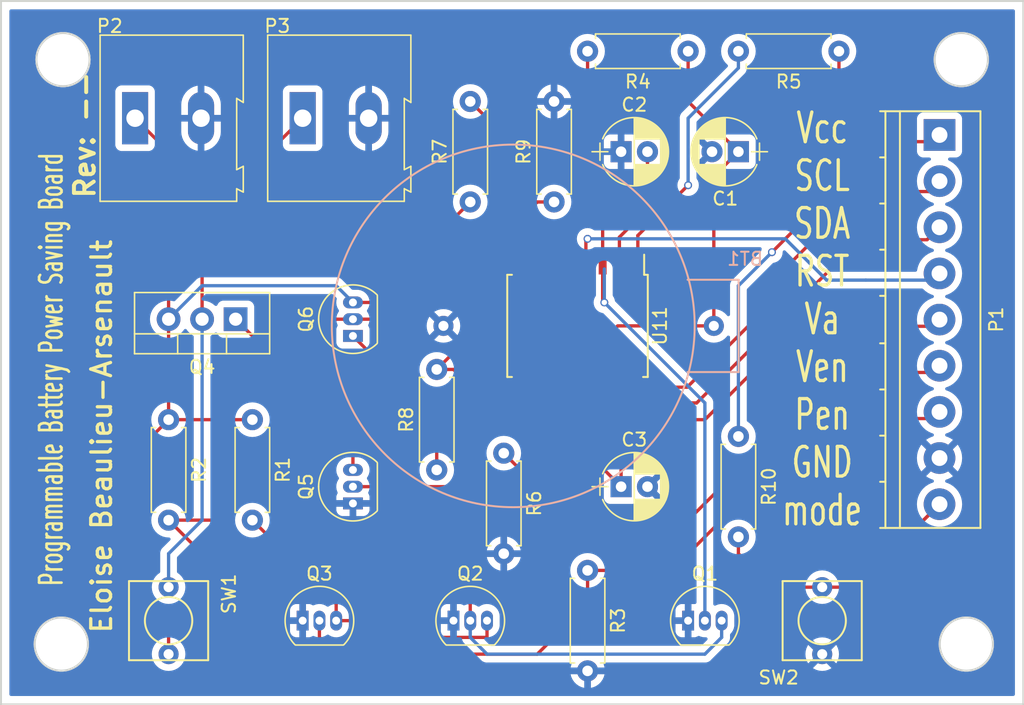
<source format=kicad_pcb>
(kicad_pcb (version 20221018) (generator pcbnew)
  (title_block (title "Programmable Battery Power Saving Board") (date "2017-03-02") (rev "--") (company "Cégep de La Pocatière") (comment 1 "Copyright 2017 Eloïse Beaulieu-Arsenault"))
  (layers (0 "F.Cu" signal) (31 "B.Cu" signal) (34 "B.Paste" user) (35 "F.Paste" user) (36 "B.SilkS" user "B.Silkscreen") (37 "F.SilkS" user "F.Silkscreen") (38 "B.Mask" user) (39 "F.Mask" user) (44 "Edge.Cuts" user))
  (net 0 "")
  (net 1 "Net-(BT1-Pad1)")
  (net 2 "GND")
  (net 3 "Net-(C2-Pad2)")
  (net 4 "Net-(C3-Pad1)")
  (net 5 "Net-(P1-Pad2)")
  (net 6 "VCC")
  (net 7 "Net-(P1-Pad3)")
  (net 8 "Net-(P1-Pad4)")
  (net 9 "Net-(P1-Pad6)")
  (net 10 "Net-(P1-Pad7)")
  (net 11 "Net-(P1-Pad9)")
  (net 12 "Net-(P2-Pad1)")
  (net 13 "Net-(P3-Pad1)")
  (net 14 "Net-(Q1-Pad3)")
  (net 15 "Net-(Q2-Pad3)")
  (net 16 "Net-(Q5-Pad3)")
  (net 17 "Net-(Q6-Pad1)")
  (net 18 "Net-(Q1-Pad2)")
  (net 19 "Net-(R5-Pad2)")
  (footprint "Capacitors_ThroughHole:CP_Radial_D5.0mm_P2.00mm" (layer "F.Cu") (at 154.94 77.47 180)
    (fp_text reference "C1" (at 1 -3.56 180) (layer "F.SilkS"))
    (fp_text value "1u")
    (pad "1" thru_hole rect (at 0 0 180) (size 1.6 1.6) (drill 0.8) (layers "*.Cu" "*.Mask") (net 1 "Net-(BT1-Pad1)"))
    (pad "2" thru_hole circle (at 2 0 180) (size 1.6 1.6) (drill 0.8) (layers "*.Cu" "*.Mask") (net 2 "GND"))
  )
  (footprint "Capacitors_ThroughHole:CP_Radial_D5.0mm_P2.00mm" (layer "F.Cu") (at 146.05 77.47)
    (fp_text reference "C2" (at 1 -3.56) (layer "F.SilkS"))
    (fp_text value "1u")
    (pad "1" thru_hole rect (at 0 0) (size 1.6 1.6) (drill 0.8) (layers "*.Cu" "*.Mask") (net 2 "GND"))
    (pad "2" thru_hole circle (at 2 0) (size 1.6 1.6) (drill 0.8) (layers "*.Cu" "*.Mask") (net 3 "Net-(C2-Pad2)"))
  )
  (footprint "Capacitors_ThroughHole:CP_Radial_D5.0mm_P2.00mm" (layer "F.Cu") (at 146.05 102.87)
    (fp_text reference "C3" (at 1 -3.56) (layer "F.SilkS"))
    (fp_text value "1u")
    (pad "1" thru_hole rect (at 0 0) (size 1.6 1.6) (drill 0.8) (layers "*.Cu" "*.Mask") (net 4 "Net-(C3-Pad1)"))
    (pad "2" thru_hole circle (at 2 0) (size 1.6 1.6) (drill 0.8) (layers "*.Cu" "*.Mask") (net 2 "GND"))
  )
  (footprint "Terminal_Blocks:TerminalBlock_Pheonix_PT-3.5mm_9pol" (layer "F.Cu") (at 170.18 76.2 -90)
    (fp_text reference "P1" (at 14 -4.3 270) (layer "F.SilkS"))
    (fp_text value "277-9143")
    (pad "1" thru_hole rect (at 0 0 270) (size 2.4 2.4) (drill 1.2) (layers "*.Cu" "*.Mask") (net 6 "VCC"))
    (pad "2" thru_hole circle (at 3.5 0 270) (size 2.4 2.4) (drill 1.2) (layers "*.Cu" "*.Mask") (net 5 "Net-(P1-Pad2)"))
    (pad "3" thru_hole circle (at 7 0 270) (size 2.4 2.4) (drill 1.2) (layers "*.Cu" "*.Mask") (net 7 "Net-(P1-Pad3)"))
    (pad "4" thru_hole circle (at 10.5 0 270) (size 2.4 2.4) (drill 1.2) (layers "*.Cu" "*.Mask") (net 8 "Net-(P1-Pad4)"))
    (pad "5" thru_hole circle (at 14 0 270) (size 2.4 2.4) (drill 1.2) (layers "*.Cu" "*.Mask") (net 4 "Net-(C3-Pad1)"))
    (pad "6" thru_hole circle (at 17.5 0 270) (size 2.4 2.4) (drill 1.2) (layers "*.Cu" "*.Mask") (net 9 "Net-(P1-Pad6)"))
    (pad "7" thru_hole circle (at 21 0 270) (size 2.4 2.4) (drill 1.2) (layers "*.Cu" "*.Mask") (net 10 "Net-(P1-Pad7)"))
    (pad "8" thru_hole circle (at 24.5 0 270) (size 2.4 2.4) (drill 1.2) (layers "*.Cu" "*.Mask") (net 2 "GND"))
    (pad "9" thru_hole circle (at 28 0 270) (size 2.4 2.4) (drill 1.2) (layers "*.Cu" "*.Mask") (net 11 "Net-(P1-Pad9)"))
  )
  (footprint "Connect:AK300-2" (layer "F.Cu") (at 109.22 74.93)
    (fp_text reference "P2" (at -1.92 -6.99) (layer "F.SilkS"))
    (fp_text value "power_in")
    (pad "1" thru_hole rect (at 0 0) (size 1.98 3.96) (drill 1.32) (layers "*.Cu" "F.Paste" "F.Mask") (net 12 "Net-(P2-Pad1)"))
    (pad "2" thru_hole oval (at 5 0) (size 1.98 3.96) (drill 1.32) (layers "*.Cu" "F.Paste" "F.Mask") (net 2 "GND"))
  )
  (footprint "Connect:AK300-2" (layer "F.Cu") (at 121.92 74.93)
    (fp_text reference "P3" (at -1.92 -6.99) (layer "F.SilkS"))
    (fp_text value "power_out")
    (pad "1" thru_hole rect (at 0 0) (size 1.98 3.96) (drill 1.32) (layers "*.Cu" "F.Paste" "F.Mask") (net 13 "Net-(P3-Pad1)"))
    (pad "2" thru_hole oval (at 5 0) (size 1.98 3.96) (drill 1.32) (layers "*.Cu" "F.Paste" "F.Mask") (net 2 "GND"))
  )
  (footprint "TO_SOT_Packages_THT:TO-92_Inline_Narrow_Oval" (layer "F.Cu") (at 151.13 113.03)
    (fp_text reference "Q1" (at 1.27 -3.56) (layer "F.SilkS"))
    (fp_text value "TN0606N3-G")
    (pad "1" thru_hole rect (at 0 0 180) (size 0.9 1.5) (drill 0.6) (layers "*.Cu" "*.Mask") (net 2 "GND"))
    (pad "2" thru_hole oval (at 1.27 0 180) (size 0.9 1.5) (drill 0.6) (layers "*.Cu" "*.Mask") (net 18 "Net-(Q1-Pad2)"))
    (pad "3" thru_hole oval (at 2.54 0 180) (size 0.9 1.5) (drill 0.6) (layers "*.Cu" "*.Mask") (net 14 "Net-(Q1-Pad3)"))
  )
  (footprint "TO_SOT_Packages_THT:TO-92_Inline_Narrow_Oval" (layer "F.Cu") (at 133.35 113.03)
    (fp_text reference "Q2" (at 1.27 -3.56) (layer "F.SilkS"))
    (fp_text value "TN0606N3-G")
    (pad "1" thru_hole rect (at 0 0 180) (size 0.9 1.5) (drill 0.6) (layers "*.Cu" "*.Mask") (net 2 "GND"))
    (pad "2" thru_hole oval (at 1.27 0 180) (size 0.9 1.5) (drill 0.6) (layers "*.Cu" "*.Mask") (net 14 "Net-(Q1-Pad3)"))
    (pad "3" thru_hole oval (at 2.54 0 180) (size 0.9 1.5) (drill 0.6) (layers "*.Cu" "*.Mask") (net 15 "Net-(Q2-Pad3)"))
  )
  (footprint "TO_SOT_Packages_THT:TO-92_Inline_Narrow_Oval" (layer "F.Cu") (at 121.92 113.03)
    (fp_text reference "Q3" (at 1.27 -3.56) (layer "F.SilkS"))
    (fp_text value "TN0606N3-G")
    (pad "1" thru_hole rect (at 0 0 180) (size 0.9 1.5) (drill 0.6) (layers "*.Cu" "*.Mask") (net 2 "GND"))
    (pad "2" thru_hole oval (at 1.27 0 180) (size 0.9 1.5) (drill 0.6) (layers "*.Cu" "*.Mask") (net 10 "Net-(P1-Pad7)"))
    (pad "3" thru_hole oval (at 2.54 0 180) (size 0.9 1.5) (drill 0.6) (layers "*.Cu" "*.Mask") (net 15 "Net-(Q2-Pad3)"))
  )
  (footprint "TO_SOT_Packages_THT:TO-220_Vertical" (layer "F.Cu") (at 116.84 90.17 180)
    (fp_text reference "Q4" (at 2.54 -3.62 180) (layer "F.SilkS"))
    (fp_text value "IPP45P03P4L-11")
    (pad "1" thru_hole rect (at 0 0 180) (size 1.8 1.8) (drill 1) (layers "*.Cu" "*.Mask") (net 15 "Net-(Q2-Pad3)"))
    (pad "2" thru_hole oval (at 2.54 0 180) (size 1.8 1.8) (drill 1) (layers "*.Cu" "*.Mask") (net 13 "Net-(P3-Pad1)"))
    (pad "3" thru_hole oval (at 5.08 0 180) (size 1.8 1.8) (drill 1) (layers "*.Cu" "*.Mask") (net 12 "Net-(P2-Pad1)"))
  )
  (footprint "TO_SOT_Packages_THT:TO-92_Inline_Narrow_Oval" (layer "F.Cu") (at 125.73 104.14 90)
    (fp_text reference "Q5" (at 1.27 -3.56 90) (layer "F.SilkS"))
    (fp_text value "TN0606N3-G")
    (pad "1" thru_hole rect (at 0 0 270) (size 0.9 1.5) (drill 0.6) (layers "*.Cu" "*.Mask") (net 2 "GND"))
    (pad "2" thru_hole oval (at 1.27 0 270) (size 0.9 1.5) (drill 0.6) (layers "*.Cu" "*.Mask") (net 9 "Net-(P1-Pad6)"))
    (pad "3" thru_hole oval (at 2.54 0 270) (size 0.9 1.5) (drill 0.6) (layers "*.Cu" "*.Mask") (net 16 "Net-(Q5-Pad3)"))
  )
  (footprint "TO_SOT_Packages_THT:TO-92_Inline_Narrow_Oval" (layer "F.Cu") (at 125.73 91.44 90)
    (fp_text reference "Q6" (at 1.27 -3.56 90) (layer "F.SilkS"))
    (fp_text value "LP0701N3-G")
    (pad "1" thru_hole rect (at 0 0 270) (size 0.9 1.5) (drill 0.6) (layers "*.Cu" "*.Mask") (net 17 "Net-(Q6-Pad1)"))
    (pad "2" thru_hole oval (at 1.27 0 270) (size 0.9 1.5) (drill 0.6) (layers "*.Cu" "*.Mask") (net 16 "Net-(Q5-Pad3)"))
    (pad "3" thru_hole oval (at 2.54 0 270) (size 0.9 1.5) (drill 0.6) (layers "*.Cu" "*.Mask") (net 12 "Net-(P2-Pad1)"))
  )
  (footprint "Resistors_ThroughHole:R_Axial_DIN0207_L6.3mm_D2.5mm_P7.62mm_Horizontal" (layer "F.Cu") (at 118.11 97.79 -90)
    (fp_text reference "R1" (at 3.81 -2.31 270) (layer "F.SilkS"))
    (fp_text value "470k")
    (pad "1" thru_hole circle (at 0 0 270) (size 1.6 1.6) (drill 0.8) (layers "*.Cu" "*.Mask") (net 12 "Net-(P2-Pad1)"))
    (pad "2" thru_hole oval (at 7.62 0 270) (size 1.6 1.6) (drill 0.8) (layers "*.Cu" "*.Mask") (net 14 "Net-(Q1-Pad3)"))
  )
  (footprint "Resistors_ThroughHole:R_Axial_DIN0207_L6.3mm_D2.5mm_P7.62mm_Horizontal" (layer "F.Cu") (at 111.76 97.79 -90)
    (fp_text reference "R2" (at 3.81 -2.31 270) (layer "F.SilkS"))
    (fp_text value "470k")
    (pad "1" thru_hole circle (at 0 0 270) (size 1.6 1.6) (drill 0.8) (layers "*.Cu" "*.Mask") (net 12 "Net-(P2-Pad1)"))
    (pad "2" thru_hole oval (at 7.62 0 270) (size 1.6 1.6) (drill 0.8) (layers "*.Cu" "*.Mask") (net 15 "Net-(Q2-Pad3)"))
  )
  (footprint "Resistors_ThroughHole:R_Axial_DIN0207_L6.3mm_D2.5mm_P7.62mm_Horizontal" (layer "F.Cu") (at 143.51 109.22 -90)
    (fp_text reference "R3" (at 3.81 -2.31 270) (layer "F.SilkS"))
    (fp_text value "470k")
    (pad "1" thru_hole circle (at 0 0 270) (size 1.6 1.6) (drill 0.8) (layers "*.Cu" "*.Mask") (net 10 "Net-(P1-Pad7)"))
    (pad "2" thru_hole oval (at 7.62 0 270) (size 1.6 1.6) (drill 0.8) (layers "*.Cu" "*.Mask") (net 2 "GND"))
  )
  (footprint "Resistors_ThroughHole:R_Axial_DIN0207_L6.3mm_D2.5mm_P7.62mm_Horizontal" (layer "F.Cu") (at 151.13 69.85 180)
    (fp_text reference "R4" (at 3.81 -2.31 180) (layer "F.SilkS"))
    (fp_text value "470k")
    (pad "1" thru_hole circle (at 0 0 180) (size 1.6 1.6) (drill 0.8) (layers "*.Cu" "*.Mask") (net 1 "Net-(BT1-Pad1)"))
    (pad "2" thru_hole oval (at 7.62 0 180) (size 1.6 1.6) (drill 0.8) (layers "*.Cu" "*.Mask") (net 18 "Net-(Q1-Pad2)"))
  )
  (footprint "Resistors_ThroughHole:R_Axial_DIN0207_L6.3mm_D2.5mm_P7.62mm_Horizontal" (layer "F.Cu") (at 162.56 69.85 180)
    (fp_text reference "R5" (at 3.81 -2.31 180) (layer "F.SilkS"))
    (fp_text value "10k")
    (pad "1" thru_hole circle (at 0 0 180) (size 1.6 1.6) (drill 0.8) (layers "*.Cu" "*.Mask") (net 6 "VCC"))
    (pad "2" thru_hole oval (at 7.62 0 180) (size 1.6 1.6) (drill 0.8) (layers "*.Cu" "*.Mask") (net 19 "Net-(R5-Pad2)"))
  )
  (footprint "Resistors_ThroughHole:R_Axial_DIN0207_L6.3mm_D2.5mm_P7.62mm_Horizontal" (layer "F.Cu") (at 137.16 100.33 -90)
    (fp_text reference "R6" (at 3.81 -2.31 270) (layer "F.SilkS"))
    (fp_text value "330k")
    (pad "1" thru_hole circle (at 0 0 270) (size 1.6 1.6) (drill 0.8) (layers "*.Cu" "*.Mask") (net 9 "Net-(P1-Pad6)"))
    (pad "2" thru_hole oval (at 7.62 0 270) (size 1.6 1.6) (drill 0.8) (layers "*.Cu" "*.Mask") (net 2 "GND"))
  )
  (footprint "Resistors_ThroughHole:R_Axial_DIN0207_L6.3mm_D2.5mm_P7.62mm_Horizontal" (layer "F.Cu") (at 134.62 81.28 90)
    (fp_text reference "R7" (at 3.81 -2.31 90) (layer "F.SilkS"))
    (fp_text value "330k")
    (pad "1" thru_hole circle (at 0 0 90) (size 1.6 1.6) (drill 0.8) (layers "*.Cu" "*.Mask") (net 12 "Net-(P2-Pad1)"))
    (pad "2" thru_hole oval (at 7.62 0 90) (size 1.6 1.6) (drill 0.8) (layers "*.Cu" "*.Mask") (net 16 "Net-(Q5-Pad3)"))
  )
  (footprint "Resistors_ThroughHole:R_Axial_DIN0207_L6.3mm_D2.5mm_P7.62mm_Horizontal" (layer "F.Cu") (at 132.08 101.6 90)
    (fp_text reference "R8" (at 3.81 -2.31 90) (layer "F.SilkS"))
    (fp_text value "30k")
    (pad "1" thru_hole circle (at 0 0 90) (size 1.6 1.6) (drill 0.8) (layers "*.Cu" "*.Mask") (net 17 "Net-(Q6-Pad1)"))
    (pad "2" thru_hole oval (at 7.62 0 90) (size 1.6 1.6) (drill 0.8) (layers "*.Cu" "*.Mask") (net 4 "Net-(C3-Pad1)"))
  )
  (footprint "Resistors_ThroughHole:R_Axial_DIN0207_L6.3mm_D2.5mm_P7.62mm_Horizontal" (layer "F.Cu") (at 140.97 81.28 90)
    (fp_text reference "R9" (at 3.81 -2.31 90) (layer "F.SilkS"))
    (fp_text value "10k")
    (pad "1" thru_hole circle (at 0 0 90) (size 1.6 1.6) (drill 0.8) (layers "*.Cu" "*.Mask") (net 4 "Net-(C3-Pad1)"))
    (pad "2" thru_hole oval (at 7.62 0 90) (size 1.6 1.6) (drill 0.8) (layers "*.Cu" "*.Mask") (net 2 "GND"))
  )
  (footprint "Resistors_ThroughHole:R_Axial_DIN0207_L6.3mm_D2.5mm_P7.62mm_Horizontal" (layer "F.Cu") (at 154.94 99.06 -90)
    (fp_text reference "R10" (at 3.81 -2.31 270) (layer "F.SilkS"))
    (fp_text value "10k")
    (pad "1" thru_hole circle (at 0 0 270) (size 1.6 1.6) (drill 0.8) (layers "*.Cu" "*.Mask") (net 6 "VCC"))
    (pad "2" thru_hole oval (at 7.62 0 270) (size 1.6 1.6) (drill 0.8) (layers "*.Cu" "*.Mask") (net 11 "Net-(P1-Pad9)"))
  )
  (footprint "battery:sw_push" (layer "F.Cu") (at 111.76 113.03 90)
    (fp_text reference "SW1" (at 2.032 4.572 270) (layer "F.SilkS"))
    (fp_text value "SW_PUSH")
    (pad "1" thru_hole circle (at -2.54 0 90) (size 1.52 1.52) (drill 0.762) (layers "*.Cu" "*.Mask") (net 12 "Net-(P2-Pad1)"))
    (pad "2" thru_hole circle (at 2.54 0 90) (size 1.52 1.52) (drill 0.762) (layers "*.Cu" "*.Mask") (net 13 "Net-(P3-Pad1)"))
  )
  (footprint "Housings_SOIC:SOIC-16W_7.5x10.3mm_Pitch1.27mm" (layer "F.Cu") (at 142.748 90.678 -90)
    (fp_text reference "U11" (at 0 -6.25 270) (layer "F.SilkS"))
    (fp_text value "DS3231S")
    (pad "1" smd rect (at -4.65 -4.445 270) (size 1.5 0.6) (layers "F.Cu" "F.Paste" "F.Mask") (net 19 "Net-(R5-Pad2)"))
    (pad "2" smd rect (at -4.65 -3.175 270) (size 1.5 0.6) (layers "F.Cu" "F.Paste" "F.Mask") (net 3 "Net-(C2-Pad2)"))
    (pad "3" smd rect (at -4.65 -1.905 270) (size 1.5 0.6) (layers "F.Cu" "F.Paste" "F.Mask") (net 18 "Net-(Q1-Pad2)"))
    (pad "4" smd rect (at -4.65 -0.635 270) (size 1.5 0.6) (layers "F.Cu" "F.Paste" "F.Mask") (net 8 "Net-(P1-Pad4)"))
    (pad "5" smd rect (at -4.65 0.635 270) (size 1.5 0.6) (layers "F.Cu" "F.Paste" "F.Mask") (net 2 "GND"))
    (pad "6" smd rect (at -4.65 1.905 270) (size 1.5 0.6) (layers "F.Cu" "F.Paste" "F.Mask") (net 2 "GND"))
    (pad "7" smd rect (at -4.65 3.175 270) (size 1.5 0.6) (layers "F.Cu" "F.Paste" "F.Mask") (net 2 "GND"))
    (pad "8" smd rect (at -4.65 4.445 270) (size 1.5 0.6) (layers "F.Cu" "F.Paste" "F.Mask") (net 2 "GND"))
    (pad "9" smd rect (at 4.65 4.445 270) (size 1.5 0.6) (layers "F.Cu" "F.Paste" "F.Mask") (net 2 "GND"))
    (pad "10" smd rect (at 4.65 3.175 270) (size 1.5 0.6) (layers "F.Cu" "F.Paste" "F.Mask") (net 2 "GND"))
    (pad "11" smd rect (at 4.65 1.905 270) (size 1.5 0.6) (layers "F.Cu" "F.Paste" "F.Mask") (net 2 "GND"))
    (pad "12" smd rect (at 4.65 0.635 270) (size 1.5 0.6) (layers "F.Cu" "F.Paste" "F.Mask") (net 2 "GND"))
    (pad "13" smd rect (at 4.65 -0.635 270) (size 1.5 0.6) (layers "F.Cu" "F.Paste" "F.Mask") (net 2 "GND"))
    (pad "14" smd rect (at 4.65 -1.905 270) (size 1.5 0.6) (layers "F.Cu" "F.Paste" "F.Mask") (net 1 "Net-(BT1-Pad1)"))
    (pad "15" smd rect (at 4.65 -3.175 270) (size 1.5 0.6) (layers "F.Cu" "F.Paste" "F.Mask") (net 7 "Net-(P1-Pad3)"))
    (pad "16" smd rect (at 4.65 -4.445 270) (size 1.5 0.6) (layers "F.Cu" "F.Paste" "F.Mask") (net 5 "Net-(P1-Pad2)"))
  )
  (footprint "battery:sw_push" (layer "F.Cu") (at 161.29 113.03 -90)
    (fp_text reference "SW2" (at 4.318 3.302) (layer "F.SilkS"))
    (fp_text value "SW_PUSH")
    (pad "1" thru_hole circle (at -2.54 0 270) (size 1.52 1.52) (drill 0.762) (layers "*.Cu" "*.Mask") (net 11 "Net-(P1-Pad9)"))
    (pad "2" thru_hole circle (at 2.54 0 270) (size 1.52 1.52) (drill 0.762) (layers "*.Cu" "*.Mask") (net 2 "GND"))
  )
  (footprint "battery:batter3V" (layer "B.Cu") (at 132.588 90.678)
    (fp_text reference "BT1" (at 22.86 -5.08) (layer "B.SilkS") (effects (justify mirror)))
    (fp_text value "Battery")
    (pad "1" thru_hole circle (at 20.49 0) (size 1.52 1.52) (drill 0.762) (layers "*.Cu" "*.Mask") (net 1 "Net-(BT1-Pad1)"))
    (pad "2" thru_hole circle (at 0 0) (size 1.52 1.52) (drill 0.762) (layers "*.Cu" "*.Mask") (net 2 "GND"))
  )
  (gr_circle (center 103.759 70.485) (end 105.759 70.739) (stroke (width 0.15)) (fill none) (layer "Edge.Cuts"))
  (gr_circle (center 172.212 114.808) (end 174.212 115.062) (stroke (width 0.15)) (fill none) (layer "Edge.Cuts"))
  (gr_circle (center 103.632 114.808) (end 105.632 115.062) (stroke (width 0.15)) (fill none) (layer "Edge.Cuts"))
  (gr_circle (center 171.831 70.485) (end 173.831 70.739) (stroke (width 0.15)) (fill none) (layer "Edge.Cuts"))
  (gr_line (start 99.06 66.04) (end 176.53 66.04) (stroke (width 0.15)) (layer "Edge.Cuts"))
  (gr_line (start 176.53 66.04) (end 176.53 119.38) (stroke (width 0.15)) (layer "Edge.Cuts"))
  (gr_line (start 99.06 119.38) (end 99.06 66.04) (stroke (width 0.15)) (layer "Edge.Cuts"))
  (gr_line (start 176.53 119.38) (end 99.06 119.38) (stroke (width 0.15)) (layer "Edge.Cuts"))
  (gr_text "Eloise Beaulieu-Arsenault" (at 106.68 99.06 90) (layer "F.SilkS") (effects (font (size 1.5 1.5) (thickness 0.25))))
  (gr_text "Programmable Battery Power Saving Board" (at 102.87 93.98 90) (layer "F.SilkS") (effects (font (size 1.7 1) (thickness 0.2))))
  (gr_text "Rev: --" (at 105.41 76.2 90) (layer "F.SilkS") (effects (font (size 1.5 1.5) (thickness 0.3))))
  (gr_text "Vcc\nSCL\nSDA\nRST\nVa\nVen\nPen\nGND\nmode" (at 161.29 90.17) (layer "F.SilkS") (effects (font (size 2.25 1.5) (thickness 0.25))))
  (segment (start 145.796 90.678) (end 144.653 91.821) (width 0.25) (layer "F.Cu") (net 1))
  (segment (start 144.653 91.821) (end 144.653 95.328) (width 0.25) (layer "F.Cu") (net 1))
  (segment (start 151.13 73.66) (end 154.94 77.47) (width 0.25) (layer "F.Cu") (net 1))
  (segment (start 153.078 79.332) (end 154.94 77.47) (width 0.25) (layer "F.Cu") (net 1))
  (segment (start 151.13 69.85) (end 151.13 73.66) (width 0.25) (layer "F.Cu") (net 1))
  (segment (start 153.078 90.678) (end 153.078 79.332) (width 0.25) (layer "F.Cu") (net 1))
  (segment (start 153.078 90.678) (end 145.796 90.678) (width 0.25) (layer "F.Cu") (net 1))
  (segment (start 146.018 85.933) (end 145.923 86.028) (width 0.25) (layer "F.Cu") (net 3))
  (segment (start 145.923 83.947) (end 148.05 81.82) (width 0.25) (layer "F.Cu") (net 3))
  (segment (start 148.05 81.82) (end 148.05 77.47) (width 0.25) (layer "F.Cu") (net 3))
  (segment (start 145.923 86.028) (end 145.923 83.947) (width 0.25) (layer "F.Cu") (net 3))
  (segment (start 139.7 81.28) (end 134.62 86.36) (width 0.25) (layer "F.Cu") (net 4))
  (segment (start 134.62 86.36) (end 134.62 91.44) (width 0.25) (layer "F.Cu") (net 4))
  (segment (start 134.62 91.44) (end 132.08 93.98) (width 0.25) (layer "F.Cu") (net 4))
  (segment (start 133.35 93.98) (end 138.43 99.06) (width 0.25) (layer "F.Cu") (net 4))
  (segment (start 138.43 99.06) (end 142.24 99.06) (width 0.25) (layer "F.Cu") (net 4))
  (segment (start 142.24 99.06) (end 146.05 102.87) (width 0.25) (layer "F.Cu") (net 4))
  (segment (start 146.05 101.6) (end 149.86 97.79) (width 0.25) (layer "F.Cu") (net 4))
  (segment (start 149.86 97.79) (end 152.4 97.79) (width 0.25) (layer "F.Cu") (net 4))
  (segment (start 152.4 97.79) (end 159.482 90.708) (width 0.25) (layer "F.Cu") (net 4))
  (segment (start 159.482 90.708) (end 163.83 90.708) (width 0.25) (layer "F.Cu") (net 4))
  (segment (start 163.83 90.708) (end 164.592 90.708) (width 0.25) (layer "F.Cu") (net 4))
  (segment (start 169.672 90.708) (end 170.18 90.2) (width 0.25) (layer "F.Cu") (net 4))
  (segment (start 146.05 102.87) (end 146.05 101.6) (width 0.25) (layer "F.Cu") (net 4))
  (segment (start 140.97 81.28) (end 139.7 81.28) (width 0.25) (layer "F.Cu") (net 4))
  (segment (start 132.08 93.98) (end 133.35 93.98) (width 0.25) (layer "F.Cu") (net 4))
  (segment (start 163.83 90.708) (end 169.672 90.708) (width 0.25) (layer "F.Cu") (net 4))
  (segment (start 151.052 95.328) (end 157.734 88.646) (width 0.25) (layer "F.Cu") (net 5))
  (segment (start 157.734 88.646) (end 157.734 87.066) (width 0.25) (layer "F.Cu") (net 5))
  (segment (start 157.734 87.066) (end 164.31 80.49) (width 0.25) (layer "F.Cu") (net 5))
  (segment (start 164.31 80.49) (end 164.592 80.208) (width 0.25) (layer "F.Cu") (net 5))
  (segment (start 169.39 80.49) (end 170.18 79.7) (width 0.25) (layer "F.Cu") (net 5))
  (segment (start 147.193 95.328) (end 151.052 95.328) (width 0.25) (layer "F.Cu") (net 5))
  (segment (start 164.31 80.49) (end 169.39 80.49) (width 0.25) (layer "F.Cu") (net 5))
  (segment (start 162.56 74.676) (end 164.592 76.708) (width 0.25) (layer "F.Cu") (net 6))
  (segment (start 157.48 85.09) (end 161.29 81.28) (width 0.25) (layer "F.Cu") (net 6))
  (segment (start 161.29 81.28) (end 161.29 80.01) (width 0.25) (layer "F.Cu") (net 6))
  (segment (start 161.29 80.01) (end 164.592 76.708) (width 0.25) (layer "F.Cu") (net 6))
  (segment (start 169.672 76.708) (end 170.18 76.2) (width 0.25) (layer "F.Cu") (net 6))
  (segment (start 162.56 69.85) (end 162.56 74.676) (width 0.25) (layer "F.Cu") (net 6))
  (segment (start 164.592 76.708) (end 169.672 76.708) (width 0.25) (layer "F.Cu") (net 6))
  (via (at 157.48 85.09) (size 0.6) (drill 0.4) (layers "F.Cu" "B.Cu") (net 6))
  (segment (start 154.94 87.63) (end 157.48 85.09) (width 0.25) (layer "B.Cu") (net 6))
  (segment (start 154.94 99.06) (end 154.94 87.63) (width 0.25) (layer "B.Cu") (net 6))
  (segment (start 145.923 96.139) (end 146.304 96.52) (width 0.25) (layer "F.Cu") (net 7))
  (segment (start 146.304 96.52) (end 151.78 96.52) (width 0.25) (layer "F.Cu") (net 7))
  (segment (start 151.78 96.52) (end 164.155 84.145) (width 0.25) (layer "F.Cu") (net 7))
  (segment (start 164.155 84.145) (end 164.592 83.708) (width 0.25) (layer "F.Cu") (net 7))
  (segment (start 169.235 84.145) (end 170.18 83.2) (width 0.25) (layer "F.Cu") (net 7))
  (segment (start 164.155 84.145) (end 169.235 84.145) (width 0.25) (layer "F.Cu") (net 7))
  (segment (start 145.923 95.328) (end 145.923 96.139) (width 0.25) (layer "F.Cu") (net 7))
  (segment (start 143.51 84.074) (end 143.383 84.201) (width 0.25) (layer "F.Cu") (net 8))
  (segment (start 143.383 84.201) (end 143.383 86.028) (width 0.25) (layer "F.Cu") (net 8))
  (via (at 143.51 84.074) (size 0.6) (drill 0.4) (layers "F.Cu" "B.Cu") (net 8))
  (segment (start 161.63 87.208) (end 158.496 84.074) (width 0.25) (layer "B.Cu") (net 8))
  (segment (start 158.496 84.074) (end 143.51 84.074) (width 0.25) (layer "B.Cu") (net 8))
  (segment (start 169.672 87.208) (end 170.18 86.7) (width 0.25) (layer "B.Cu") (net 8))
  (segment (start 164.592 87.208) (end 161.63 87.208) (width 0.25) (layer "B.Cu") (net 8))
  (segment (start 169.672 87.208) (end 164.592 87.208) (width 0.25) (layer "B.Cu") (net 8))
  (segment (start 139.7 102.87) (end 143.51 106.68) (width 0.25) (layer "F.Cu") (net 9))
  (segment (start 143.51 106.68) (end 149.86 106.68) (width 0.25) (layer "F.Cu") (net 9))
  (segment (start 149.86 106.68) (end 162.332 94.208) (width 0.25) (layer "F.Cu") (net 9))
  (segment (start 162.332 94.208) (end 163.83 94.208) (width 0.25) (layer "F.Cu") (net 9))
  (segment (start 163.83 94.208) (end 164.592 94.208) (width 0.25) (layer "F.Cu") (net 9))
  (segment (start 169.672 94.208) (end 170.18 93.7) (width 0.25) (layer "F.Cu") (net 9))
  (segment (start 125.73 102.87) (end 139.7 102.87) (width 0.25) (layer "F.Cu") (net 9))
  (segment (start 163.83 94.208) (end 169.672 94.208) (width 0.25) (layer "F.Cu") (net 9))
  (segment (start 137.16 100.33) (end 139.7 102.87) (width 0.25) (layer "F.Cu") (net 9))
  (segment (start 149.86 109.22) (end 161.372 97.708) (width 0.25) (layer "F.Cu") (net 10))
  (segment (start 161.372 97.708) (end 164.592 97.708) (width 0.25) (layer "F.Cu") (net 10))
  (segment (start 143.51 111.76) (end 139.7 115.57) (width 0.25) (layer "F.Cu") (net 10))
  (segment (start 139.7 115.57) (end 124.46 115.57) (width 0.25) (layer "F.Cu") (net 10))
  (segment (start 124.46 115.57) (end 123.19 114.3) (width 0.25) (layer "F.Cu") (net 10))
  (segment (start 123.19 114.3) (end 123.19 113.03) (width 0.25) (layer "F.Cu") (net 10))
  (segment (start 169.672 97.708) (end 170.18 97.2) (width 0.25) (layer "F.Cu") (net 10))
  (segment (start 169.672 97.708) (end 164.592 97.708) (width 0.25) (layer "F.Cu") (net 10))
  (segment (start 149.86 109.22) (end 143.51 109.22) (width 0.25) (layer "F.Cu") (net 10))
  (segment (start 143.51 109.22) (end 143.51 111.76) (width 0.25) (layer "F.Cu") (net 10))
  (segment (start 163.83 110.49) (end 164.465 109.855) (width 0.25) (layer "F.Cu") (net 11))
  (segment (start 154.94 107.95) (end 157.48 110.49) (width 0.25) (layer "F.Cu") (net 11))
  (segment (start 157.48 110.49) (end 161.29 110.49) (width 0.25) (layer "F.Cu") (net 11))
  (segment (start 168.97 105.41) (end 170.18 104.2) (width 0.25) (layer "F.Cu") (net 11))
  (segment (start 164.465 109.855) (end 164.592 109.728) (width 0.25) (layer "F.Cu") (net 11))
  (segment (start 164.525 109.855) (end 170.18 104.2) (width 0.25) (layer "F.Cu") (net 11))
  (segment (start 164.465 109.855) (end 164.525 109.855) (width 0.25) (layer "F.Cu") (net 11))
  (segment (start 161.29 110.49) (end 163.83 110.49) (width 0.25) (layer "F.Cu") (net 11))
  (segment (start 154.94 106.68) (end 154.94 107.95) (width 0.25) (layer "F.Cu") (net 11))
  (segment (start 111.76 113.03) (end 109.22 110.49) (width 0.25) (layer "F.Cu") (net 12))
  (segment (start 109.22 110.49) (end 109.22 100.33) (width 0.25) (layer "F.Cu") (net 12))
  (segment (start 109.22 100.33) (end 111.76 97.79) (width 0.25) (layer "F.Cu") (net 12))
  (segment (start 111.76 77.47) (end 109.22 74.93) (width 0.25) (layer "F.Cu") (net 12))
  (segment (start 127 88.9) (end 134.62 81.28) (width 0.25) (layer "F.Cu") (net 12))
  (segment (start 111.76 97.79) (end 118.11 97.79) (width 0.25) (layer "F.Cu") (net 12))
  (segment (start 111.76 115.57) (end 111.76 113.03) (width 0.25) (layer "F.Cu") (net 12))
  (segment (start 111.76 97.79) (end 111.76 90.17) (width 0.25) (layer "F.Cu") (net 12))
  (segment (start 111.76 90.17) (end 111.76 77.47) (width 0.25) (layer "F.Cu") (net 12))
  (segment (start 125.73 88.9) (end 127 88.9) (width 0.25) (layer "F.Cu") (net 12))
  (segment (start 114.3 87.63) (end 124.46 87.63) (width 0.25) (layer "B.Cu") (net 12))
  (segment (start 124.46 87.63) (end 125.73 88.9) (width 0.25) (layer "B.Cu") (net 12))
  (segment (start 111.76 90.17) (end 114.3 87.63) (width 0.25) (layer "B.Cu") (net 12))
  (segment (start 114.3 82.55) (end 121.92 74.93) (width 0.25) (layer "F.Cu") (net 13))
  (segment (start 114.3 90.17) (end 114.3 82.55) (width 0.25) (layer "F.Cu") (net 13))
  (segment (start 111.76 107.95) (end 114.3 105.41) (width 0.25) (layer "B.Cu") (net 13))
  (segment (start 114.3 105.41) (end 114.3 90.17) (width 0.25) (layer "B.Cu") (net 13))
  (segment (start 111.76 110.49) (end 111.76 107.95) (width 0.25) (layer "B.Cu") (net 13))
  (segment (start 134.62 111.76) (end 130.81 107.95) (width 0.25) (layer "F.Cu") (net 14))
  (segment (start 130.81 107.95) (end 120.65 107.95) (width 0.25) (layer "F.Cu") (net 14))
  (segment (start 120.65 107.95) (end 118.11 105.41) (width 0.25) (layer "F.Cu") (net 14))
  (segment (start 134.62 113.03) (end 134.62 111.76) (width 0.25) (layer "F.Cu") (net 14))
  (segment (start 153.67 114.3) (end 152.4 115.57) (width 0.25) (layer "B.Cu") (net 14))
  (segment (start 152.4 115.57) (end 135.89 115.57) (width 0.25) (layer "B.Cu") (net 14))
  (segment (start 135.89 115.57) (end 134.62 114.3) (width 0.25) (layer "B.Cu") (net 14))
  (segment (start 134.62 114.3) (end 134.62 113.03) (width 0.25) (layer "B.Cu") (net 14))
  (segment (start 153.67 113.03) (end 153.67 114.3) (width 0.25) (layer "B.Cu") (net 14))
  (segment (start 124.46 111.76) (end 121.92 109.22) (width 0.25) (layer "F.Cu") (net 15))
  (segment (start 121.92 109.22) (end 115.57 109.22) (width 0.25) (layer "F.Cu") (net 15))
  (segment (start 115.57 109.22) (end 111.76 105.41) (width 0.25) (layer "F.Cu") (net 15))
  (segment (start 115.57 105.41) (end 120.65 100.33) (width 0.25) (layer "F.Cu") (net 15))
  (segment (start 120.65 100.33) (end 120.65 93.98) (width 0.25) (layer "F.Cu") (net 15))
  (segment (start 120.65 93.98) (end 116.84 90.17) (width 0.25) (layer "F.Cu") (net 15))
  (segment (start 135.89 114.3) (end 134.62 114.3) (width 0.25) (layer "F.Cu") (net 15))
  (segment (start 134.62 114.3) (end 127 114.3) (width 0.25) (layer "F.Cu") (net 15))
  (segment (start 127 114.3) (end 125.73 113.03) (width 0.25) (layer "F.Cu") (net 15))
  (segment (start 125.73 113.03) (end 124.46 113.03) (width 0.25) (layer "F.Cu") (net 15))
  (segment (start 124.46 113.03) (end 124.46 111.76) (width 0.25) (layer "F.Cu") (net 15))
  (segment (start 111.76 105.41) (end 115.57 105.41) (width 0.25) (layer "F.Cu") (net 15))
  (segment (start 135.89 113.03) (end 135.89 114.3) (width 0.25) (layer "F.Cu") (net 15))
  (segment (start 125.73 95.25) (end 123.19 92.71) (width 0.25) (layer "F.Cu") (net 16))
  (segment (start 123.19 92.71) (end 123.19 91.44) (width 0.25) (layer "F.Cu") (net 16))
  (segment (start 123.19 91.44) (end 124.46 90.17) (width 0.25) (layer "F.Cu") (net 16))
  (segment (start 124.46 90.17) (end 125.73 90.17) (width 0.25) (layer "F.Cu") (net 16))
  (segment (start 128.27 90.17) (end 137.16 81.28) (width 0.25) (layer "F.Cu") (net 16))
  (segment (start 137.16 81.28) (end 137.16 76.2) (width 0.25) (layer "F.Cu") (net 16))
  (segment (start 137.16 76.2) (end 134.62 73.66) (width 0.25) (layer "F.Cu") (net 16))
  (segment (start 125.73 90.17) (end 128.27 90.17) (width 0.25) (layer "F.Cu") (net 16))
  (segment (start 125.73 101.6) (end 125.73 95.25) (width 0.25) (layer "F.Cu") (net 16))
  (segment (start 132.08 97.79) (end 132.08 101.6) (width 0.25) (layer "F.Cu") (net 17))
  (segment (start 125.73 91.44) (end 132.08 97.79) (width 0.25) (layer "F.Cu") (net 17))
  (segment (start 144.653 81.407) (end 143.51 80.264) (width 0.25) (layer "F.Cu") (net 18))
  (segment (start 143.51 80.264) (end 143.51 69.85) (width 0.25) (layer "F.Cu") (net 18))
  (segment (start 144.653 88.773) (end 144.78 88.9) (width 0.25) (layer "F.Cu") (net 18))
  (segment (start 144.653 86.028) (end 144.653 88.773) (width 0.25) (layer "F.Cu") (net 18))
  (segment (start 144.653 86.028) (end 144.653 81.407) (width 0.25) (layer "F.Cu") (net 18))
  (via (at 144.78 88.9) (size 0.6) (drill 0.4) (layers "F.Cu" "B.Cu") (net 18))
  (segment (start 152.4 96.52) (end 144.78 88.9) (width 0.25) (layer "B.Cu") (net 18))
  (segment (start 144.78 88.9) (end 144.78 86.36) (width 0.25) (layer "B.Cu") (net 18))
  (segment (start 152.4 113.03) (end 152.4 96.52) (width 0.25) (layer "B.Cu") (net 18))
  (segment (start 151.13 80.01) (end 147.32 83.82) (width 0.25) (layer "F.Cu") (net 19))
  (segment (start 147.32 83.82) (end 147.32 86.36) (width 0.25) (layer "F.Cu") (net 19))
  (segment (start 147.32 86.36) (end 147.193 86.028) (width 0.25) (layer "F.Cu") (net 19))
  (via (at 151.13 80.01) (size 0.6) (drill 0.4) (layers "F.Cu" "B.Cu") (net 19))
  (segment (start 154.94 71.12) (end 151.13 74.93) (width 0.25) (layer "B.Cu") (net 19))
  (segment (start 151.13 74.93) (end 151.13 80.01) (width 0.25) (layer "B.Cu") (net 19))
  (segment (start 154.94 69.85) (end 154.94 71.12) (width 0.25) (layer "B.Cu") (net 19))
  (zone (net 2) (net_name "GND") (layer "B.Cu") (connect_pads (clearance 0.508)) (min_thickness 0.254) (fill yes (thermal_gap 0.508) (thermal_bridge_width 0.508))
    (polygon (pts (xy 175.895 118.745) (xy 99.695 118.745) (xy 99.695 66.675) (xy 175.895 66.675)))
  )
)
</source>
